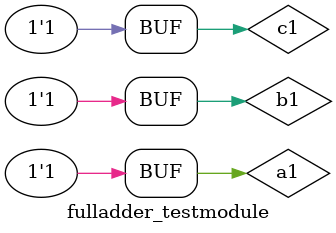
<source format=v>
module fulladder_testmodule();
reg a1,b1,c1;
wire sum1,carry1;
fulladder test(sum1,carry1,a1,b1,c1);
initial
begin
$dumpfile("fulladder_test.vcd");
$dumpvars(0,fulladder_testmodule);
end
//fulladder (sum,carry,
initial
begin
a1=0;
b1=0;
c1=0;
#10;

a1=0;
b1=0;
c1=1;
#10;

a1=0;
b1=1;
c1=0;
#10;

a1=0;
b1=1;
c1=1;
#10;

a1=1;
b1=0;
c1=0;
#10;

a1=1;
b1=0;
c1=1;
#10;

a1=1;
b1=1;
c1=0;
#10;

a1=1;
b1=1;
c1=1;
#10;
end
endmodule


</source>
